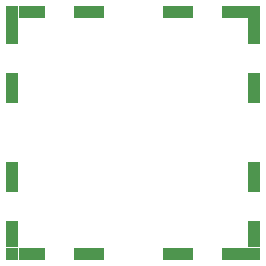
<source format=gbr>
G04 #@! TF.GenerationSoftware,KiCad,Pcbnew,(5.1.4-0-10_14)*
G04 #@! TF.CreationDate,2019-11-23T21:53:27+01:00*
G04 #@! TF.ProjectId,MVMEPI,4d564d45-5049-42e6-9b69-6361645f7063,rev?*
G04 #@! TF.SameCoordinates,Original*
G04 #@! TF.FileFunction,Paste,Top*
G04 #@! TF.FilePolarity,Positive*
%FSLAX46Y46*%
G04 Gerber Fmt 4.6, Leading zero omitted, Abs format (unit mm)*
G04 Created by KiCad (PCBNEW (5.1.4-0-10_14)) date 2019-11-23 21:53:27*
%MOMM*%
%LPD*%
G04 APERTURE LIST*
%ADD10R,2.300000X1.000000*%
%ADD11R,2.600000X1.000000*%
%ADD12R,1.000000X2.300000*%
%ADD13R,1.000000X2.600000*%
%ADD14R,1.000000X1.000000*%
G04 APERTURE END LIST*
D10*
X249600000Y-89750000D03*
X249600000Y-110250000D03*
D11*
X244750000Y-89750000D03*
X244750000Y-110250000D03*
X237250000Y-89750000D03*
X237250000Y-110250000D03*
D10*
X232400000Y-89750000D03*
X232400000Y-110250000D03*
D12*
X251250000Y-91400000D03*
X230750000Y-91400000D03*
D13*
X251250000Y-96250000D03*
X230750000Y-96250000D03*
X251250000Y-103750000D03*
X230750000Y-103750000D03*
D12*
X251250000Y-108600000D03*
X230750000Y-108600000D03*
D14*
X251250000Y-110250000D03*
X251250000Y-89750000D03*
X230750000Y-89750000D03*
X230750000Y-110250000D03*
M02*

</source>
